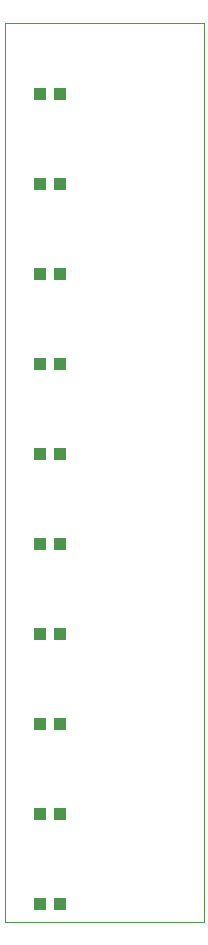
<source format=gtp>
G75*
%MOIN*%
%OFA0B0*%
%FSLAX24Y24*%
%IPPOS*%
%LPD*%
%AMOC8*
5,1,8,0,0,1.08239X$1,22.5*
%
%ADD10C,0.0000*%
%ADD11R,0.0433X0.0394*%
D10*
X000100Y000125D02*
X000100Y030121D01*
X006720Y030121D01*
X006720Y000125D01*
X000100Y000125D01*
D11*
X001265Y000750D03*
X001935Y000750D03*
X001935Y003750D03*
X001265Y003750D03*
X001265Y006750D03*
X001935Y006750D03*
X001935Y009750D03*
X001265Y009750D03*
X001265Y012750D03*
X001935Y012750D03*
X001935Y015750D03*
X001265Y015750D03*
X001265Y018750D03*
X001265Y021750D03*
X001935Y021750D03*
X001935Y018750D03*
X001935Y024750D03*
X001265Y024750D03*
X001265Y027750D03*
X001935Y027750D03*
M02*

</source>
